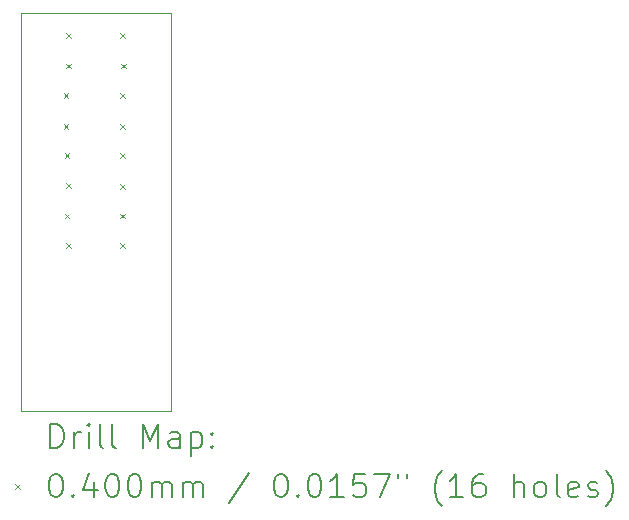
<source format=gbr>
%TF.GenerationSoftware,KiCad,Pcbnew,(6.0.11)*%
%TF.CreationDate,2024-01-12T21:03:48+00:00*%
%TF.ProjectId,EcoIDSolder,45636f49-4453-46f6-9c64-65722e6b6963,rev?*%
%TF.SameCoordinates,Original*%
%TF.FileFunction,Drillmap*%
%TF.FilePolarity,Positive*%
%FSLAX45Y45*%
G04 Gerber Fmt 4.5, Leading zero omitted, Abs format (unit mm)*
G04 Created by KiCad (PCBNEW (6.0.11)) date 2024-01-12 21:03:48*
%MOMM*%
%LPD*%
G01*
G04 APERTURE LIST*
%ADD10C,0.100000*%
%ADD11C,0.200000*%
%ADD12C,0.040000*%
G04 APERTURE END LIST*
D10*
X16688500Y-10390000D02*
X17958500Y-10390000D01*
X16688500Y-7020000D02*
X16688500Y-10390000D01*
X17958500Y-10390000D02*
X17958500Y-7020000D01*
X17958500Y-7020000D02*
X16688500Y-7020000D01*
D11*
D12*
X17053000Y-7703000D02*
X17093000Y-7743000D01*
X17093000Y-7703000D02*
X17053000Y-7743000D01*
X17053000Y-7963000D02*
X17093000Y-8003000D01*
X17093000Y-7963000D02*
X17053000Y-8003000D01*
X17063000Y-8213000D02*
X17103000Y-8253000D01*
X17103000Y-8213000D02*
X17063000Y-8253000D01*
X17063000Y-8723000D02*
X17103000Y-8763000D01*
X17103000Y-8723000D02*
X17063000Y-8763000D01*
X17073000Y-7193000D02*
X17113000Y-7233000D01*
X17113000Y-7193000D02*
X17073000Y-7233000D01*
X17073000Y-7453000D02*
X17113000Y-7493000D01*
X17113000Y-7453000D02*
X17073000Y-7493000D01*
X17073000Y-8463000D02*
X17113000Y-8503000D01*
X17113000Y-8463000D02*
X17073000Y-8503000D01*
X17073000Y-8973000D02*
X17113000Y-9013000D01*
X17113000Y-8973000D02*
X17073000Y-9013000D01*
X17533000Y-7193000D02*
X17573000Y-7233000D01*
X17573000Y-7193000D02*
X17533000Y-7233000D01*
X17533000Y-7703000D02*
X17573000Y-7743000D01*
X17573000Y-7703000D02*
X17533000Y-7743000D01*
X17533000Y-7963000D02*
X17573000Y-8003000D01*
X17573000Y-7963000D02*
X17533000Y-8003000D01*
X17533000Y-8213000D02*
X17573000Y-8253000D01*
X17573000Y-8213000D02*
X17533000Y-8253000D01*
X17533000Y-8473000D02*
X17573000Y-8513000D01*
X17573000Y-8473000D02*
X17533000Y-8513000D01*
X17533000Y-8723000D02*
X17573000Y-8763000D01*
X17573000Y-8723000D02*
X17533000Y-8763000D01*
X17533000Y-8973000D02*
X17573000Y-9013000D01*
X17573000Y-8973000D02*
X17533000Y-9013000D01*
X17543000Y-7453000D02*
X17583000Y-7493000D01*
X17583000Y-7453000D02*
X17543000Y-7493000D01*
D11*
X16941119Y-10705476D02*
X16941119Y-10505476D01*
X16988738Y-10505476D01*
X17017310Y-10515000D01*
X17036357Y-10534048D01*
X17045881Y-10553095D01*
X17055405Y-10591190D01*
X17055405Y-10619762D01*
X17045881Y-10657857D01*
X17036357Y-10676905D01*
X17017310Y-10695952D01*
X16988738Y-10705476D01*
X16941119Y-10705476D01*
X17141119Y-10705476D02*
X17141119Y-10572143D01*
X17141119Y-10610238D02*
X17150643Y-10591190D01*
X17160167Y-10581667D01*
X17179214Y-10572143D01*
X17198262Y-10572143D01*
X17264929Y-10705476D02*
X17264929Y-10572143D01*
X17264929Y-10505476D02*
X17255405Y-10515000D01*
X17264929Y-10524524D01*
X17274452Y-10515000D01*
X17264929Y-10505476D01*
X17264929Y-10524524D01*
X17388738Y-10705476D02*
X17369690Y-10695952D01*
X17360167Y-10676905D01*
X17360167Y-10505476D01*
X17493500Y-10705476D02*
X17474452Y-10695952D01*
X17464929Y-10676905D01*
X17464929Y-10505476D01*
X17722071Y-10705476D02*
X17722071Y-10505476D01*
X17788738Y-10648333D01*
X17855405Y-10505476D01*
X17855405Y-10705476D01*
X18036357Y-10705476D02*
X18036357Y-10600714D01*
X18026833Y-10581667D01*
X18007786Y-10572143D01*
X17969690Y-10572143D01*
X17950643Y-10581667D01*
X18036357Y-10695952D02*
X18017310Y-10705476D01*
X17969690Y-10705476D01*
X17950643Y-10695952D01*
X17941119Y-10676905D01*
X17941119Y-10657857D01*
X17950643Y-10638810D01*
X17969690Y-10629286D01*
X18017310Y-10629286D01*
X18036357Y-10619762D01*
X18131595Y-10572143D02*
X18131595Y-10772143D01*
X18131595Y-10581667D02*
X18150643Y-10572143D01*
X18188738Y-10572143D01*
X18207786Y-10581667D01*
X18217310Y-10591190D01*
X18226833Y-10610238D01*
X18226833Y-10667381D01*
X18217310Y-10686429D01*
X18207786Y-10695952D01*
X18188738Y-10705476D01*
X18150643Y-10705476D01*
X18131595Y-10695952D01*
X18312548Y-10686429D02*
X18322071Y-10695952D01*
X18312548Y-10705476D01*
X18303024Y-10695952D01*
X18312548Y-10686429D01*
X18312548Y-10705476D01*
X18312548Y-10581667D02*
X18322071Y-10591190D01*
X18312548Y-10600714D01*
X18303024Y-10591190D01*
X18312548Y-10581667D01*
X18312548Y-10600714D01*
D12*
X16643500Y-11015000D02*
X16683500Y-11055000D01*
X16683500Y-11015000D02*
X16643500Y-11055000D01*
D11*
X16979214Y-10925476D02*
X16998262Y-10925476D01*
X17017310Y-10935000D01*
X17026833Y-10944524D01*
X17036357Y-10963571D01*
X17045881Y-11001667D01*
X17045881Y-11049286D01*
X17036357Y-11087381D01*
X17026833Y-11106429D01*
X17017310Y-11115952D01*
X16998262Y-11125476D01*
X16979214Y-11125476D01*
X16960167Y-11115952D01*
X16950643Y-11106429D01*
X16941119Y-11087381D01*
X16931595Y-11049286D01*
X16931595Y-11001667D01*
X16941119Y-10963571D01*
X16950643Y-10944524D01*
X16960167Y-10935000D01*
X16979214Y-10925476D01*
X17131595Y-11106429D02*
X17141119Y-11115952D01*
X17131595Y-11125476D01*
X17122071Y-11115952D01*
X17131595Y-11106429D01*
X17131595Y-11125476D01*
X17312548Y-10992143D02*
X17312548Y-11125476D01*
X17264929Y-10915952D02*
X17217310Y-11058810D01*
X17341119Y-11058810D01*
X17455405Y-10925476D02*
X17474452Y-10925476D01*
X17493500Y-10935000D01*
X17503024Y-10944524D01*
X17512548Y-10963571D01*
X17522071Y-11001667D01*
X17522071Y-11049286D01*
X17512548Y-11087381D01*
X17503024Y-11106429D01*
X17493500Y-11115952D01*
X17474452Y-11125476D01*
X17455405Y-11125476D01*
X17436357Y-11115952D01*
X17426833Y-11106429D01*
X17417310Y-11087381D01*
X17407786Y-11049286D01*
X17407786Y-11001667D01*
X17417310Y-10963571D01*
X17426833Y-10944524D01*
X17436357Y-10935000D01*
X17455405Y-10925476D01*
X17645881Y-10925476D02*
X17664929Y-10925476D01*
X17683976Y-10935000D01*
X17693500Y-10944524D01*
X17703024Y-10963571D01*
X17712548Y-11001667D01*
X17712548Y-11049286D01*
X17703024Y-11087381D01*
X17693500Y-11106429D01*
X17683976Y-11115952D01*
X17664929Y-11125476D01*
X17645881Y-11125476D01*
X17626833Y-11115952D01*
X17617310Y-11106429D01*
X17607786Y-11087381D01*
X17598262Y-11049286D01*
X17598262Y-11001667D01*
X17607786Y-10963571D01*
X17617310Y-10944524D01*
X17626833Y-10935000D01*
X17645881Y-10925476D01*
X17798262Y-11125476D02*
X17798262Y-10992143D01*
X17798262Y-11011190D02*
X17807786Y-11001667D01*
X17826833Y-10992143D01*
X17855405Y-10992143D01*
X17874452Y-11001667D01*
X17883976Y-11020714D01*
X17883976Y-11125476D01*
X17883976Y-11020714D02*
X17893500Y-11001667D01*
X17912548Y-10992143D01*
X17941119Y-10992143D01*
X17960167Y-11001667D01*
X17969690Y-11020714D01*
X17969690Y-11125476D01*
X18064929Y-11125476D02*
X18064929Y-10992143D01*
X18064929Y-11011190D02*
X18074452Y-11001667D01*
X18093500Y-10992143D01*
X18122071Y-10992143D01*
X18141119Y-11001667D01*
X18150643Y-11020714D01*
X18150643Y-11125476D01*
X18150643Y-11020714D02*
X18160167Y-11001667D01*
X18179214Y-10992143D01*
X18207786Y-10992143D01*
X18226833Y-11001667D01*
X18236357Y-11020714D01*
X18236357Y-11125476D01*
X18626833Y-10915952D02*
X18455405Y-11173095D01*
X18883976Y-10925476D02*
X18903024Y-10925476D01*
X18922071Y-10935000D01*
X18931595Y-10944524D01*
X18941119Y-10963571D01*
X18950643Y-11001667D01*
X18950643Y-11049286D01*
X18941119Y-11087381D01*
X18931595Y-11106429D01*
X18922071Y-11115952D01*
X18903024Y-11125476D01*
X18883976Y-11125476D01*
X18864929Y-11115952D01*
X18855405Y-11106429D01*
X18845881Y-11087381D01*
X18836357Y-11049286D01*
X18836357Y-11001667D01*
X18845881Y-10963571D01*
X18855405Y-10944524D01*
X18864929Y-10935000D01*
X18883976Y-10925476D01*
X19036357Y-11106429D02*
X19045881Y-11115952D01*
X19036357Y-11125476D01*
X19026833Y-11115952D01*
X19036357Y-11106429D01*
X19036357Y-11125476D01*
X19169690Y-10925476D02*
X19188738Y-10925476D01*
X19207786Y-10935000D01*
X19217310Y-10944524D01*
X19226833Y-10963571D01*
X19236357Y-11001667D01*
X19236357Y-11049286D01*
X19226833Y-11087381D01*
X19217310Y-11106429D01*
X19207786Y-11115952D01*
X19188738Y-11125476D01*
X19169690Y-11125476D01*
X19150643Y-11115952D01*
X19141119Y-11106429D01*
X19131595Y-11087381D01*
X19122071Y-11049286D01*
X19122071Y-11001667D01*
X19131595Y-10963571D01*
X19141119Y-10944524D01*
X19150643Y-10935000D01*
X19169690Y-10925476D01*
X19426833Y-11125476D02*
X19312548Y-11125476D01*
X19369690Y-11125476D02*
X19369690Y-10925476D01*
X19350643Y-10954048D01*
X19331595Y-10973095D01*
X19312548Y-10982619D01*
X19607786Y-10925476D02*
X19512548Y-10925476D01*
X19503024Y-11020714D01*
X19512548Y-11011190D01*
X19531595Y-11001667D01*
X19579214Y-11001667D01*
X19598262Y-11011190D01*
X19607786Y-11020714D01*
X19617310Y-11039762D01*
X19617310Y-11087381D01*
X19607786Y-11106429D01*
X19598262Y-11115952D01*
X19579214Y-11125476D01*
X19531595Y-11125476D01*
X19512548Y-11115952D01*
X19503024Y-11106429D01*
X19683976Y-10925476D02*
X19817310Y-10925476D01*
X19731595Y-11125476D01*
X19883976Y-10925476D02*
X19883976Y-10963571D01*
X19960167Y-10925476D02*
X19960167Y-10963571D01*
X20255405Y-11201667D02*
X20245881Y-11192143D01*
X20226833Y-11163571D01*
X20217310Y-11144524D01*
X20207786Y-11115952D01*
X20198262Y-11068333D01*
X20198262Y-11030238D01*
X20207786Y-10982619D01*
X20217310Y-10954048D01*
X20226833Y-10935000D01*
X20245881Y-10906429D01*
X20255405Y-10896905D01*
X20436357Y-11125476D02*
X20322071Y-11125476D01*
X20379214Y-11125476D02*
X20379214Y-10925476D01*
X20360167Y-10954048D01*
X20341119Y-10973095D01*
X20322071Y-10982619D01*
X20607786Y-10925476D02*
X20569690Y-10925476D01*
X20550643Y-10935000D01*
X20541119Y-10944524D01*
X20522071Y-10973095D01*
X20512548Y-11011190D01*
X20512548Y-11087381D01*
X20522071Y-11106429D01*
X20531595Y-11115952D01*
X20550643Y-11125476D01*
X20588738Y-11125476D01*
X20607786Y-11115952D01*
X20617310Y-11106429D01*
X20626833Y-11087381D01*
X20626833Y-11039762D01*
X20617310Y-11020714D01*
X20607786Y-11011190D01*
X20588738Y-11001667D01*
X20550643Y-11001667D01*
X20531595Y-11011190D01*
X20522071Y-11020714D01*
X20512548Y-11039762D01*
X20864929Y-11125476D02*
X20864929Y-10925476D01*
X20950643Y-11125476D02*
X20950643Y-11020714D01*
X20941119Y-11001667D01*
X20922071Y-10992143D01*
X20893500Y-10992143D01*
X20874452Y-11001667D01*
X20864929Y-11011190D01*
X21074452Y-11125476D02*
X21055405Y-11115952D01*
X21045881Y-11106429D01*
X21036357Y-11087381D01*
X21036357Y-11030238D01*
X21045881Y-11011190D01*
X21055405Y-11001667D01*
X21074452Y-10992143D01*
X21103024Y-10992143D01*
X21122071Y-11001667D01*
X21131595Y-11011190D01*
X21141119Y-11030238D01*
X21141119Y-11087381D01*
X21131595Y-11106429D01*
X21122071Y-11115952D01*
X21103024Y-11125476D01*
X21074452Y-11125476D01*
X21255405Y-11125476D02*
X21236357Y-11115952D01*
X21226833Y-11096905D01*
X21226833Y-10925476D01*
X21407786Y-11115952D02*
X21388738Y-11125476D01*
X21350643Y-11125476D01*
X21331595Y-11115952D01*
X21322071Y-11096905D01*
X21322071Y-11020714D01*
X21331595Y-11001667D01*
X21350643Y-10992143D01*
X21388738Y-10992143D01*
X21407786Y-11001667D01*
X21417310Y-11020714D01*
X21417310Y-11039762D01*
X21322071Y-11058810D01*
X21493500Y-11115952D02*
X21512548Y-11125476D01*
X21550643Y-11125476D01*
X21569690Y-11115952D01*
X21579214Y-11096905D01*
X21579214Y-11087381D01*
X21569690Y-11068333D01*
X21550643Y-11058810D01*
X21522071Y-11058810D01*
X21503024Y-11049286D01*
X21493500Y-11030238D01*
X21493500Y-11020714D01*
X21503024Y-11001667D01*
X21522071Y-10992143D01*
X21550643Y-10992143D01*
X21569690Y-11001667D01*
X21645881Y-11201667D02*
X21655405Y-11192143D01*
X21674452Y-11163571D01*
X21683976Y-11144524D01*
X21693500Y-11115952D01*
X21703024Y-11068333D01*
X21703024Y-11030238D01*
X21693500Y-10982619D01*
X21683976Y-10954048D01*
X21674452Y-10935000D01*
X21655405Y-10906429D01*
X21645881Y-10896905D01*
M02*

</source>
